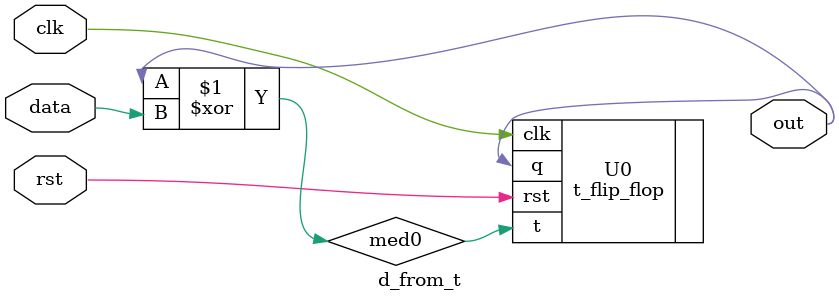
<source format=v>
module d_from_t (
    input  data,
    input  clk,
    input  rst,
    output out
);
  wire med0;
  xor (med0, out, data);
  t_flip_flop U0 (
      .clk(clk),
      .rst(rst),
      .t  (med0),
      .q  (out)
  );
endmodule

</source>
